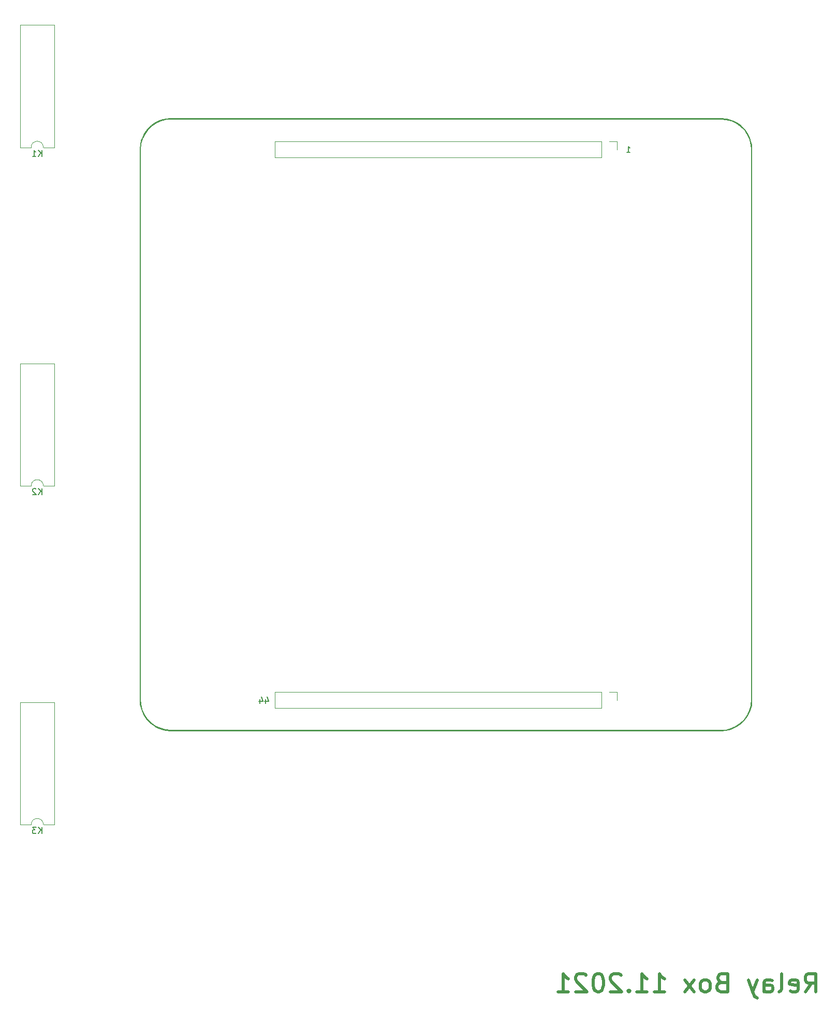
<source format=gbr>
G04 #@! TF.GenerationSoftware,KiCad,Pcbnew,(5.1.9)-1*
G04 #@! TF.CreationDate,2021-11-09T15:42:33+01:00*
G04 #@! TF.ProjectId,RelayControls-HPK,52656c61-7943-46f6-9e74-726f6c732d48,V0.1*
G04 #@! TF.SameCoordinates,Original*
G04 #@! TF.FileFunction,Legend,Bot*
G04 #@! TF.FilePolarity,Positive*
%FSLAX46Y46*%
G04 Gerber Fmt 4.6, Leading zero omitted, Abs format (unit mm)*
G04 Created by KiCad (PCBNEW (5.1.9)-1) date 2021-11-09 15:42:33*
%MOMM*%
%LPD*%
G01*
G04 APERTURE LIST*
%ADD10C,0.200000*%
%ADD11C,0.500000*%
%ADD12C,0.120000*%
%ADD13C,0.150000*%
G04 APERTURE END LIST*
D10*
X138516100Y-164066000D02*
X139250100Y-163572000D01*
X44385000Y-164369000D02*
X45238099Y-164602000D01*
X46120200Y-164681000D02*
X136118100Y-164681000D01*
X137843100Y-65043100D02*
X136990100Y-64809700D01*
X140824100Y-68119200D02*
X140469100Y-67309300D01*
X136846100Y-164628000D02*
X137706100Y-164421000D01*
X45238099Y-164602000D02*
X46120200Y-164681000D01*
X41144100Y-69707000D02*
X41144100Y-159705000D01*
X41759600Y-162103000D02*
X42252900Y-162837000D01*
X41222800Y-68825000D02*
X41144100Y-69707000D01*
X42252900Y-162837000D02*
X42868400Y-163472000D01*
X136108100Y-64731000D02*
X46119999Y-64731000D01*
X141094100Y-159705000D02*
X141084100Y-69707000D01*
X139360100Y-65940000D02*
X138641100Y-65423900D01*
X139250100Y-163572000D02*
X139885100Y-162957000D01*
X141084100Y-69707000D02*
X141031100Y-68979400D01*
X41144100Y-159705000D02*
X41197500Y-160433000D01*
X41197500Y-160433000D02*
X41404000Y-161293000D01*
X138641100Y-65423900D02*
X137843100Y-65043100D01*
X139885100Y-162957000D02*
X140401100Y-162238000D01*
X41456200Y-67971900D02*
X41222800Y-68825000D01*
X41404000Y-161293000D02*
X41759600Y-162103000D01*
X141015100Y-160587000D02*
X141094100Y-159705000D01*
X43586700Y-163988000D02*
X44385000Y-164369000D01*
X136118100Y-164681000D02*
X136846100Y-164628000D01*
X42868400Y-163472000D02*
X43586700Y-163988000D01*
X136990100Y-64809700D02*
X136108100Y-64731000D01*
X139975100Y-66575200D02*
X139360100Y-65940000D01*
X140469100Y-67309300D02*
X139975100Y-66575200D01*
X41837000Y-67173600D02*
X41456200Y-67971900D01*
X141031100Y-68979400D02*
X140824100Y-68119200D01*
X140782100Y-161440000D02*
X141015100Y-160587000D01*
X140401100Y-162238000D02*
X140782100Y-161440000D01*
X137706100Y-164421000D02*
X138516100Y-164066000D01*
X141134100Y-69704000D02*
X141134100Y-69705000D01*
X140445100Y-162262000D02*
X140444100Y-162264000D01*
X136852100Y-164677000D02*
X136851100Y-164677000D01*
X139283100Y-163610000D02*
X139281100Y-163612000D01*
X141065100Y-160594000D02*
X141064100Y-160596000D01*
X139281100Y-163612000D02*
X139280100Y-163612000D01*
X141144100Y-159708000D02*
X141144100Y-159708000D01*
X44532300Y-64990900D02*
X43722400Y-65346500D01*
X46119999Y-64731000D02*
X45392500Y-64784400D01*
X137720100Y-164469000D02*
X137720100Y-164469000D01*
X141144100Y-159707000D02*
X141144100Y-159708000D01*
X140444100Y-162264000D02*
X140443100Y-162265000D01*
X140443100Y-162265000D02*
X140443100Y-162266000D01*
X137724100Y-164468000D02*
X137721100Y-164469000D01*
X139924100Y-162988000D02*
X139922100Y-162990000D01*
X45231500Y-164652000D02*
X45231500Y-164652000D01*
X46116900Y-164731000D02*
X45231500Y-164652000D01*
X46117899Y-164731000D02*
X46116900Y-164731000D01*
X136851100Y-164677000D02*
X136121100Y-164731000D01*
X137720100Y-164469000D02*
X136855100Y-164677000D01*
X141064100Y-160596000D02*
X141064100Y-160597000D01*
X138538100Y-164110000D02*
X137724100Y-164468000D01*
X139922100Y-162990000D02*
X139921100Y-162991000D01*
X140828100Y-161460000D02*
X140445100Y-162262000D01*
X141064100Y-160598000D02*
X140830100Y-161455000D01*
X138542100Y-164108000D02*
X138542100Y-164108000D01*
X136852100Y-164677000D02*
X136852100Y-164677000D01*
X138539100Y-164110000D02*
X138539100Y-164110000D01*
X140829100Y-161458000D02*
X140828100Y-161459000D01*
X141064100Y-160597000D02*
X141064100Y-160598000D01*
X138542100Y-164108000D02*
X138539100Y-164110000D01*
X141080100Y-68973200D02*
X141080100Y-68973800D01*
X138542100Y-164108000D02*
X138542100Y-164108000D01*
X139280100Y-163612000D02*
X139280100Y-163612000D01*
X140830100Y-161455000D02*
X140829100Y-161458000D01*
X46116900Y-164731000D02*
X46116900Y-164731000D01*
X136121100Y-164731000D02*
X136120100Y-164731000D01*
X141134100Y-69705000D02*
X141144100Y-159707000D01*
X136855100Y-164677000D02*
X136852100Y-164677000D01*
X138539100Y-164110000D02*
X138538100Y-164110000D01*
X139921100Y-162991000D02*
X139283100Y-163610000D01*
X140828100Y-161459000D02*
X140828100Y-161460000D01*
X141144100Y-159708000D02*
X141065100Y-160594000D01*
X42353100Y-66455300D02*
X41837000Y-67173600D01*
X139922100Y-162990000D02*
X139922100Y-162990000D01*
X42988300Y-65839800D02*
X42353100Y-66455300D01*
X45392500Y-64784400D02*
X44532300Y-64990900D01*
X141080100Y-68972600D02*
X141080100Y-68973200D01*
X43722400Y-65346500D02*
X42988300Y-65839800D01*
X45231500Y-164652000D02*
X45231400Y-164652000D01*
X141080100Y-68973800D02*
X141134100Y-69704000D01*
X136120100Y-164731000D02*
X46117899Y-164731000D01*
X139280100Y-163612000D02*
X138542100Y-164108000D01*
X137721100Y-164469000D02*
X137720100Y-164469000D01*
X140443100Y-162266000D02*
X139924100Y-162988000D01*
X137001100Y-64760900D02*
X137858100Y-64995500D01*
X137863100Y-64997000D02*
X138665100Y-65379700D01*
X137858100Y-64995500D02*
X137858100Y-64995500D01*
X43698900Y-65302300D02*
X43699600Y-65302000D01*
X137858100Y-64995500D02*
X137858100Y-64995500D01*
X136110100Y-64681000D02*
X136111100Y-64681100D01*
X44514300Y-64944300D02*
X44514300Y-64944300D01*
X42316700Y-66420900D02*
X42955100Y-65802300D01*
X42316200Y-66421500D02*
X42316700Y-66420900D01*
X42313800Y-66424300D02*
X42313800Y-66424300D01*
X139391100Y-65900700D02*
X139393100Y-65902500D01*
X45382799Y-64735300D02*
X45385700Y-64734800D01*
X140872100Y-68103900D02*
X140872100Y-68104600D01*
X140013100Y-66542000D02*
X140015100Y-66544200D01*
X42955100Y-65802300D02*
X42957300Y-65800400D01*
X136997100Y-64760100D02*
X136997100Y-64760100D01*
X44518500Y-64942800D02*
X45382799Y-64735300D01*
X43696400Y-65303700D02*
X43698900Y-65302300D01*
X140872100Y-68105400D02*
X141080100Y-68969700D01*
X136111100Y-64681100D02*
X136997100Y-64760100D01*
X141080100Y-68969700D02*
X141080100Y-68972600D01*
X140872100Y-68104600D02*
X140872100Y-68105400D01*
X140871100Y-68101200D02*
X140872100Y-68103900D01*
X140871100Y-68101200D02*
X140871100Y-68101200D01*
X139394100Y-65903600D02*
X140013100Y-66542000D01*
X137000100Y-64760800D02*
X137001100Y-64760900D01*
X139391100Y-65900700D02*
X139391100Y-65900700D01*
X137861100Y-64996400D02*
X137862100Y-64996700D01*
X45385700Y-64734800D02*
X45386299Y-64734800D01*
X44517000Y-64943300D02*
X44517700Y-64943100D01*
X44514300Y-64944300D02*
X44517000Y-64943300D01*
X42957300Y-65800400D02*
X42957900Y-65800000D01*
X138665100Y-65379700D02*
X138667100Y-65381100D01*
X42315600Y-66422100D02*
X42316200Y-66421500D01*
X140871100Y-68101100D02*
X140871100Y-68101200D01*
X140513100Y-67286500D02*
X140513100Y-67287200D01*
X137862100Y-64996700D02*
X137863100Y-64997000D01*
X42957900Y-65800000D02*
X42958600Y-65799500D01*
X140511100Y-67283300D02*
X140513100Y-67285800D01*
X136997100Y-64760100D02*
X136999100Y-64760500D01*
X140015100Y-66544800D02*
X140015100Y-66545500D01*
X136997100Y-64760100D02*
X136997100Y-64760100D01*
X138669100Y-65382000D02*
X139391100Y-65900700D01*
X139393100Y-65903100D02*
X139394100Y-65903600D01*
X46116999Y-64681100D02*
X46117899Y-64681000D01*
X42313800Y-66424300D02*
X42315600Y-66422100D01*
X136999100Y-64760500D02*
X137000100Y-64760800D01*
X45386299Y-64734800D02*
X45386900Y-64734700D01*
X139393100Y-65902500D02*
X139393100Y-65903100D01*
X46117899Y-64681000D02*
X136110100Y-64681000D01*
X44517700Y-64943100D02*
X44518500Y-64942800D01*
X43699600Y-65302000D02*
X43700300Y-65301600D01*
X44514200Y-64944300D02*
X44514300Y-64944300D01*
X140513100Y-67287200D02*
X140871100Y-68101100D01*
X140513100Y-67285800D02*
X140513100Y-67286500D01*
X138667100Y-65381100D02*
X138668100Y-65381600D01*
X45386900Y-64734700D02*
X46116999Y-64681100D01*
X42958600Y-65799500D02*
X43696400Y-65303700D01*
X140015100Y-66545500D02*
X140511100Y-67283300D01*
X43700300Y-65301600D02*
X44514200Y-64944300D01*
X140015100Y-66544200D02*
X140015100Y-66544800D01*
X139391100Y-65900700D02*
X139391100Y-65900700D01*
X137858100Y-64995500D02*
X137861100Y-64996400D01*
X138668100Y-65381600D02*
X138669100Y-65382000D01*
X44369600Y-164417000D02*
X44366900Y-164416000D01*
X41173200Y-68818400D02*
X41173600Y-68815500D01*
X41792800Y-67150000D02*
X41794200Y-67147500D01*
X41409800Y-67953100D02*
X41410100Y-67952400D01*
X41173600Y-68815500D02*
X41173900Y-68814800D01*
X41094100Y-69705000D02*
X41094200Y-69704000D01*
X45227899Y-164651000D02*
X45227100Y-164651000D01*
X41408600Y-67956500D02*
X41409500Y-67953800D01*
X44366200Y-164415000D02*
X44365500Y-164415000D01*
X41409500Y-67953800D02*
X41409800Y-67953100D01*
X41174000Y-68814000D02*
X41408600Y-67956500D01*
X42215400Y-162870000D02*
X42213500Y-162868000D01*
X42212600Y-162867000D02*
X41716800Y-162129000D01*
X41173900Y-68814800D02*
X41174000Y-68814000D01*
X41094100Y-159707000D02*
X41094100Y-69705000D01*
X41094200Y-159708000D02*
X41094100Y-159707000D01*
X41147900Y-160439000D02*
X41147900Y-160439000D01*
X41356400Y-161308000D02*
X41356200Y-161307000D01*
X43563100Y-164032000D02*
X43560600Y-164031000D01*
X41357400Y-161311000D02*
X41356400Y-161308000D01*
X41715100Y-162126000D02*
X41714700Y-162125000D01*
X42213100Y-162867000D02*
X42212600Y-162867000D01*
X42213500Y-162868000D02*
X42213100Y-162867000D01*
X42834600Y-163509000D02*
X42834000Y-163508000D01*
X42837400Y-163511000D02*
X42835200Y-163509000D01*
X45231400Y-164652000D02*
X45228600Y-164651000D01*
X45227100Y-164651000D02*
X44369600Y-164417000D01*
X41147900Y-160439000D02*
X41147800Y-160438000D01*
X42834000Y-163508000D02*
X42215400Y-162870000D01*
X41094200Y-69704000D02*
X41094200Y-69704000D01*
X44366900Y-164416000D02*
X44366200Y-164415000D01*
X41716800Y-162129000D02*
X41715400Y-162126000D01*
X41355900Y-161307000D02*
X41148400Y-160442000D01*
X42313800Y-66424300D02*
X42313800Y-66424300D01*
X41094200Y-69704000D02*
X41173200Y-68818400D01*
X42835200Y-163509000D02*
X42834600Y-163509000D01*
X41795100Y-67146200D02*
X42313800Y-66424300D01*
X44365500Y-164415000D02*
X43563100Y-164032000D01*
X41714700Y-162125000D02*
X41357400Y-161311000D01*
X43559300Y-164030000D02*
X42837400Y-163511000D01*
X41794700Y-67146900D02*
X41795100Y-67146200D01*
X41356200Y-161307000D02*
X41355900Y-161307000D01*
X43560600Y-164031000D02*
X43560000Y-164030000D01*
X41794200Y-67147500D02*
X41794700Y-67146900D01*
X41148400Y-160442000D02*
X41147900Y-160439000D01*
X41147800Y-160438000D02*
X41094200Y-159708000D01*
X41410100Y-67952400D02*
X41792800Y-67150000D01*
X45228600Y-164651000D02*
X45227899Y-164651000D01*
X41715400Y-162126000D02*
X41715100Y-162126000D01*
X43560000Y-164030000D02*
X43559300Y-164030000D01*
D11*
X149885714Y-207437142D02*
X150885714Y-206008571D01*
X151600000Y-207437142D02*
X151600000Y-204437142D01*
X150457142Y-204437142D01*
X150171428Y-204580000D01*
X150028571Y-204722857D01*
X149885714Y-205008571D01*
X149885714Y-205437142D01*
X150028571Y-205722857D01*
X150171428Y-205865714D01*
X150457142Y-206008571D01*
X151600000Y-206008571D01*
X147457142Y-207294285D02*
X147742857Y-207437142D01*
X148314285Y-207437142D01*
X148600000Y-207294285D01*
X148742857Y-207008571D01*
X148742857Y-205865714D01*
X148600000Y-205580000D01*
X148314285Y-205437142D01*
X147742857Y-205437142D01*
X147457142Y-205580000D01*
X147314285Y-205865714D01*
X147314285Y-206151428D01*
X148742857Y-206437142D01*
X145600000Y-207437142D02*
X145885714Y-207294285D01*
X146028571Y-207008571D01*
X146028571Y-204437142D01*
X143171428Y-207437142D02*
X143171428Y-205865714D01*
X143314285Y-205580000D01*
X143600000Y-205437142D01*
X144171428Y-205437142D01*
X144457142Y-205580000D01*
X143171428Y-207294285D02*
X143457142Y-207437142D01*
X144171428Y-207437142D01*
X144457142Y-207294285D01*
X144600000Y-207008571D01*
X144600000Y-206722857D01*
X144457142Y-206437142D01*
X144171428Y-206294285D01*
X143457142Y-206294285D01*
X143171428Y-206151428D01*
X142028571Y-205437142D02*
X141314285Y-207437142D01*
X140600000Y-205437142D02*
X141314285Y-207437142D01*
X141600000Y-208151428D01*
X141742857Y-208294285D01*
X142028571Y-208437142D01*
X136171428Y-205865714D02*
X135742857Y-206008571D01*
X135600000Y-206151428D01*
X135457142Y-206437142D01*
X135457142Y-206865714D01*
X135600000Y-207151428D01*
X135742857Y-207294285D01*
X136028571Y-207437142D01*
X137171428Y-207437142D01*
X137171428Y-204437142D01*
X136171428Y-204437142D01*
X135885714Y-204580000D01*
X135742857Y-204722857D01*
X135600000Y-205008571D01*
X135600000Y-205294285D01*
X135742857Y-205580000D01*
X135885714Y-205722857D01*
X136171428Y-205865714D01*
X137171428Y-205865714D01*
X133742857Y-207437142D02*
X134028571Y-207294285D01*
X134171428Y-207151428D01*
X134314285Y-206865714D01*
X134314285Y-206008571D01*
X134171428Y-205722857D01*
X134028571Y-205580000D01*
X133742857Y-205437142D01*
X133314285Y-205437142D01*
X133028571Y-205580000D01*
X132885714Y-205722857D01*
X132742857Y-206008571D01*
X132742857Y-206865714D01*
X132885714Y-207151428D01*
X133028571Y-207294285D01*
X133314285Y-207437142D01*
X133742857Y-207437142D01*
X131742857Y-207437142D02*
X130171428Y-205437142D01*
X131742857Y-205437142D02*
X130171428Y-207437142D01*
X125171428Y-207437142D02*
X126885714Y-207437142D01*
X126028571Y-207437142D02*
X126028571Y-204437142D01*
X126314285Y-204865714D01*
X126600000Y-205151428D01*
X126885714Y-205294285D01*
X122314285Y-207437142D02*
X124028571Y-207437142D01*
X123171428Y-207437142D02*
X123171428Y-204437142D01*
X123457142Y-204865714D01*
X123742857Y-205151428D01*
X124028571Y-205294285D01*
X121028571Y-207151428D02*
X120885714Y-207294285D01*
X121028571Y-207437142D01*
X121171428Y-207294285D01*
X121028571Y-207151428D01*
X121028571Y-207437142D01*
X119742857Y-204722857D02*
X119600000Y-204580000D01*
X119314285Y-204437142D01*
X118600000Y-204437142D01*
X118314285Y-204580000D01*
X118171428Y-204722857D01*
X118028571Y-205008571D01*
X118028571Y-205294285D01*
X118171428Y-205722857D01*
X119885714Y-207437142D01*
X118028571Y-207437142D01*
X116171428Y-204437142D02*
X115885714Y-204437142D01*
X115600000Y-204580000D01*
X115457142Y-204722857D01*
X115314285Y-205008571D01*
X115171428Y-205580000D01*
X115171428Y-206294285D01*
X115314285Y-206865714D01*
X115457142Y-207151428D01*
X115600000Y-207294285D01*
X115885714Y-207437142D01*
X116171428Y-207437142D01*
X116457142Y-207294285D01*
X116600000Y-207151428D01*
X116742857Y-206865714D01*
X116885714Y-206294285D01*
X116885714Y-205580000D01*
X116742857Y-205008571D01*
X116600000Y-204722857D01*
X116457142Y-204580000D01*
X116171428Y-204437142D01*
X114028571Y-204722857D02*
X113885714Y-204580000D01*
X113600000Y-204437142D01*
X112885714Y-204437142D01*
X112600000Y-204580000D01*
X112457142Y-204722857D01*
X112314285Y-205008571D01*
X112314285Y-205294285D01*
X112457142Y-205722857D01*
X114171428Y-207437142D01*
X112314285Y-207437142D01*
X109457142Y-207437142D02*
X111171428Y-207437142D01*
X110314285Y-207437142D02*
X110314285Y-204437142D01*
X110600000Y-204865714D01*
X110885714Y-205151428D01*
X111171428Y-205294285D01*
D12*
X23260000Y-69376815D02*
X21490000Y-69376815D01*
X21490000Y-69376815D02*
X21490000Y-49356815D01*
X21490000Y-49356815D02*
X27030000Y-49356815D01*
X27030000Y-49356815D02*
X27030000Y-69376815D01*
X27030000Y-69376815D02*
X25260000Y-69376815D01*
X25260000Y-69376815D02*
G75*
G03*
X23260000Y-69376815I-1000000J0D01*
G01*
X27030000Y-124701815D02*
X25260000Y-124701815D01*
X27030000Y-104681815D02*
X27030000Y-124701815D01*
X21490000Y-104681815D02*
X27030000Y-104681815D01*
X21490000Y-124701815D02*
X21490000Y-104681815D01*
X23260000Y-124701815D02*
X21490000Y-124701815D01*
X25260000Y-124701815D02*
G75*
G03*
X23260000Y-124701815I-1000000J0D01*
G01*
X23260000Y-180081815D02*
X21490000Y-180081815D01*
X21490000Y-180081815D02*
X21490000Y-160061815D01*
X21490000Y-160061815D02*
X27030000Y-160061815D01*
X27030000Y-160061815D02*
X27030000Y-180081815D01*
X27030000Y-180081815D02*
X25260000Y-180081815D01*
X25260000Y-180081815D02*
G75*
G03*
X23260000Y-180081815I-1000000J0D01*
G01*
X116520000Y-71060000D02*
X116520000Y-68400000D01*
X116520000Y-71060000D02*
X63120000Y-71060000D01*
X63120000Y-71060000D02*
X63120000Y-68400000D01*
X116520000Y-68400000D02*
X63120000Y-68400000D01*
X119120000Y-68400000D02*
X117790000Y-68400000D01*
X119120000Y-69730000D02*
X119120000Y-68400000D01*
X119120000Y-159730000D02*
X119120000Y-158400000D01*
X119120000Y-158400000D02*
X117790000Y-158400000D01*
X116520000Y-158400000D02*
X63120000Y-158400000D01*
X63120000Y-161060000D02*
X63120000Y-158400000D01*
X116520000Y-161060000D02*
X63120000Y-161060000D01*
X116520000Y-161060000D02*
X116520000Y-158400000D01*
D13*
X24998095Y-70829195D02*
X24998095Y-69829195D01*
X24426666Y-70829195D02*
X24855238Y-70257767D01*
X24426666Y-69829195D02*
X24998095Y-70400624D01*
X23474285Y-70829195D02*
X24045714Y-70829195D01*
X23760000Y-70829195D02*
X23760000Y-69829195D01*
X23855238Y-69972053D01*
X23950476Y-70067291D01*
X24045714Y-70114910D01*
X24998095Y-126154195D02*
X24998095Y-125154195D01*
X24426666Y-126154195D02*
X24855238Y-125582767D01*
X24426666Y-125154195D02*
X24998095Y-125725624D01*
X24045714Y-125249434D02*
X23998095Y-125201815D01*
X23902857Y-125154195D01*
X23664761Y-125154195D01*
X23569523Y-125201815D01*
X23521904Y-125249434D01*
X23474285Y-125344672D01*
X23474285Y-125439910D01*
X23521904Y-125582767D01*
X24093333Y-126154195D01*
X23474285Y-126154195D01*
X24998095Y-181534195D02*
X24998095Y-180534195D01*
X24426666Y-181534195D02*
X24855238Y-180962767D01*
X24426666Y-180534195D02*
X24998095Y-181105624D01*
X24093333Y-180534195D02*
X23474285Y-180534195D01*
X23807619Y-180915148D01*
X23664761Y-180915148D01*
X23569523Y-180962767D01*
X23521904Y-181010386D01*
X23474285Y-181105624D01*
X23474285Y-181343719D01*
X23521904Y-181438957D01*
X23569523Y-181486576D01*
X23664761Y-181534195D01*
X23950476Y-181534195D01*
X24045714Y-181486576D01*
X24093333Y-181438957D01*
X120674285Y-70212380D02*
X121245714Y-70212380D01*
X120960000Y-70212380D02*
X120960000Y-69212380D01*
X121055238Y-69355238D01*
X121150476Y-69450476D01*
X121245714Y-69498095D01*
X61615714Y-159565714D02*
X61615714Y-160232380D01*
X61853809Y-159184761D02*
X62091904Y-159899047D01*
X61472857Y-159899047D01*
X60663333Y-159565714D02*
X60663333Y-160232380D01*
X60901428Y-159184761D02*
X61139523Y-159899047D01*
X60520476Y-159899047D01*
M02*

</source>
